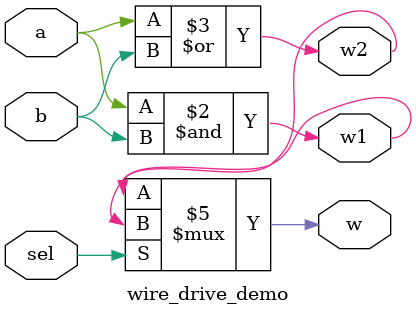
<source format=v>
module wire_drive_demo(input [0:0] a, input [0:0] b, input [0:0] sel, output reg [0:0] w, output reg [0:0] w1, output reg [0:0] w2);

always @(*)
begin
    w1 = a & b;
    w2 = a | b;
    if(sel)
        w = w1;
    else
        w = w2;
end

endmodule
</source>
